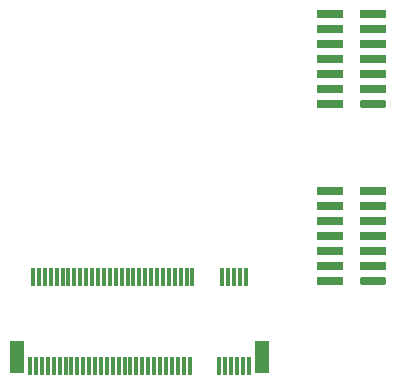
<source format=gbr>
%TF.GenerationSoftware,KiCad,Pcbnew,7.0.5-0*%
%TF.CreationDate,2023-07-31T21:43:18-04:00*%
%TF.ProjectId,carrier-arm14,63617272-6965-4722-9d61-726d31342e6b,rev?*%
%TF.SameCoordinates,Original*%
%TF.FileFunction,Paste,Top*%
%TF.FilePolarity,Positive*%
%FSLAX46Y46*%
G04 Gerber Fmt 4.6, Leading zero omitted, Abs format (unit mm)*
G04 Created by KiCad (PCBNEW 7.0.5-0) date 2023-07-31 21:43:18*
%MOMM*%
%LPD*%
G01*
G04 APERTURE LIST*
G04 Aperture macros list*
%AMRoundRect*
0 Rectangle with rounded corners*
0 $1 Rounding radius*
0 $2 $3 $4 $5 $6 $7 $8 $9 X,Y pos of 4 corners*
0 Add a 4 corners polygon primitive as box body*
4,1,4,$2,$3,$4,$5,$6,$7,$8,$9,$2,$3,0*
0 Add four circle primitives for the rounded corners*
1,1,$1+$1,$2,$3*
1,1,$1+$1,$4,$5*
1,1,$1+$1,$6,$7*
1,1,$1+$1,$8,$9*
0 Add four rect primitives between the rounded corners*
20,1,$1+$1,$2,$3,$4,$5,0*
20,1,$1+$1,$4,$5,$6,$7,0*
20,1,$1+$1,$6,$7,$8,$9,0*
20,1,$1+$1,$8,$9,$2,$3,0*%
G04 Aperture macros list end*
%ADD10RoundRect,0.185000X0.915000X0.185000X-0.915000X0.185000X-0.915000X-0.185000X0.915000X-0.185000X0*%
%ADD11R,2.200000X0.740000*%
%ADD12R,0.300000X1.550000*%
%ADD13R,0.330000X1.600000*%
%ADD14R,1.200000X2.750000*%
G04 APERTURE END LIST*
D10*
%TO.C,J101*%
X154200000Y-94675000D03*
D11*
X150600000Y-94675000D03*
X154200000Y-93405000D03*
X150600000Y-93405000D03*
X154200000Y-92135000D03*
X150600000Y-92135000D03*
X154200000Y-90865000D03*
X150600000Y-90865000D03*
X154200000Y-89595000D03*
X150600000Y-89595000D03*
X154200000Y-88325000D03*
X150600000Y-88325000D03*
X154200000Y-87055000D03*
X150600000Y-87055000D03*
%TD*%
D12*
%TO.C,CN101*%
X143675000Y-101920000D03*
X143425000Y-94380000D03*
X143175000Y-101920000D03*
X142925000Y-94380000D03*
X142675000Y-101920000D03*
X142425000Y-94380000D03*
X142175000Y-101920000D03*
X141925000Y-94380000D03*
X141675000Y-101920000D03*
X141425000Y-94380000D03*
X141175000Y-101920000D03*
X138925000Y-94380000D03*
X138675000Y-101920000D03*
X138425000Y-94380000D03*
X138175000Y-101920000D03*
X137925000Y-94380000D03*
X137675000Y-101920000D03*
X137425000Y-94380000D03*
X137175000Y-101920000D03*
X136925000Y-94380000D03*
X136675000Y-101920000D03*
X136425000Y-94380000D03*
X136175000Y-101920000D03*
X135925000Y-94380000D03*
X135675000Y-101920000D03*
X135425000Y-94380000D03*
X135175000Y-101920000D03*
X134925000Y-94380000D03*
X134675000Y-101920000D03*
X134425000Y-94380000D03*
X134175000Y-101920000D03*
X133925000Y-94380000D03*
X133675000Y-101920000D03*
X133425000Y-94380000D03*
X133175000Y-101920000D03*
X132925000Y-94380000D03*
X132675000Y-101920000D03*
X132425000Y-94380000D03*
X132175000Y-101920000D03*
X131925000Y-94380000D03*
X131675000Y-101920000D03*
X131425000Y-94380000D03*
X131175000Y-101920000D03*
X130925000Y-94380000D03*
X130675000Y-101920000D03*
X130425000Y-94380000D03*
X130175000Y-101920000D03*
X129925000Y-94380000D03*
X129675000Y-101920000D03*
X129425000Y-94380000D03*
X129175000Y-101920000D03*
X128925000Y-94380000D03*
X128675000Y-101920000D03*
X128425000Y-94380000D03*
X128175000Y-101920000D03*
X127925000Y-94380000D03*
X127675000Y-101920000D03*
X127425000Y-94380000D03*
X127175000Y-101920000D03*
X126925000Y-94380000D03*
X126675000Y-101920000D03*
X126425000Y-94380000D03*
X126175000Y-101920000D03*
X125925000Y-94380000D03*
X125675000Y-101920000D03*
X125425000Y-94380000D03*
D13*
X125175000Y-101920000D03*
D14*
X124025000Y-101150000D03*
X144825000Y-101150000D03*
%TD*%
D10*
%TO.C,J102*%
X154200000Y-79675000D03*
D11*
X150600000Y-79675000D03*
X154200000Y-78405000D03*
X150600000Y-78405000D03*
X154200000Y-77135000D03*
X150600000Y-77135000D03*
X154200000Y-75865000D03*
X150600000Y-75865000D03*
X154200000Y-74595000D03*
X150600000Y-74595000D03*
X154200000Y-73325000D03*
X150600000Y-73325000D03*
X154200000Y-72055000D03*
X150600000Y-72055000D03*
%TD*%
M02*

</source>
